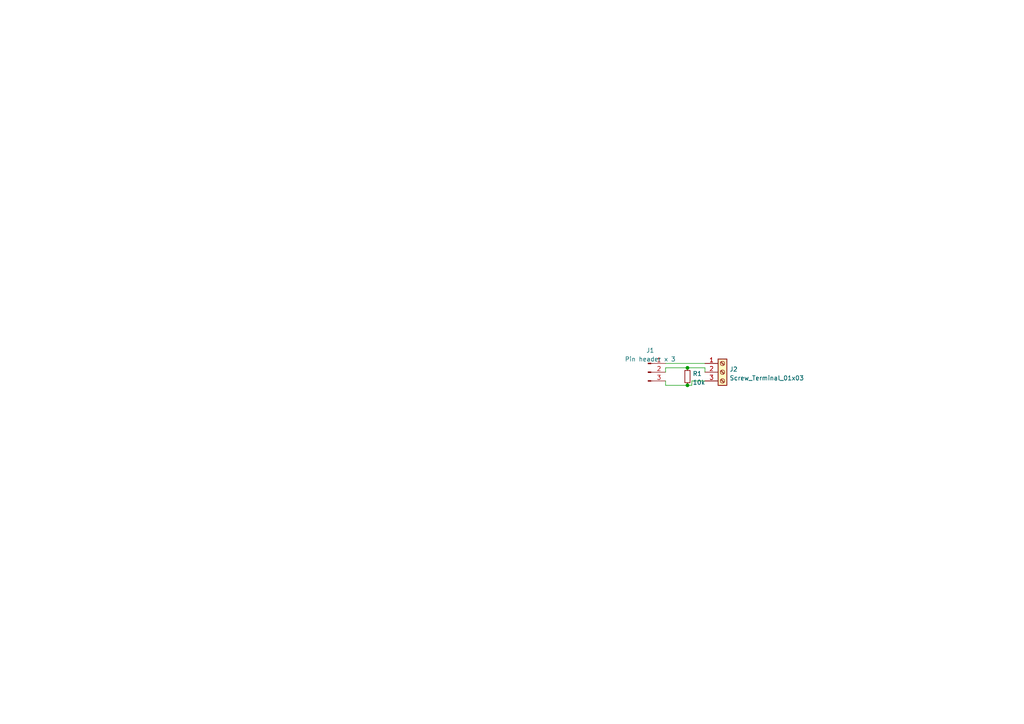
<source format=kicad_sch>
(kicad_sch (version 20211123) (generator eeschema)

  (uuid e63e39d7-6ac0-4ffd-8aa3-1841a4541b55)

  (paper "A4")

  (lib_symbols
    (symbol "Connector:Conn_01x03_Male" (pin_names (offset 1.016) hide) (in_bom yes) (on_board yes)
      (property "Reference" "J" (id 0) (at 0 5.08 0)
        (effects (font (size 1.27 1.27)))
      )
      (property "Value" "Conn_01x03_Male" (id 1) (at 0 -5.08 0)
        (effects (font (size 1.27 1.27)))
      )
      (property "Footprint" "" (id 2) (at 0 0 0)
        (effects (font (size 1.27 1.27)) hide)
      )
      (property "Datasheet" "~" (id 3) (at 0 0 0)
        (effects (font (size 1.27 1.27)) hide)
      )
      (property "ki_keywords" "connector" (id 4) (at 0 0 0)
        (effects (font (size 1.27 1.27)) hide)
      )
      (property "ki_description" "Generic connector, single row, 01x03, script generated (kicad-library-utils/schlib/autogen/connector/)" (id 5) (at 0 0 0)
        (effects (font (size 1.27 1.27)) hide)
      )
      (property "ki_fp_filters" "Connector*:*_1x??_*" (id 6) (at 0 0 0)
        (effects (font (size 1.27 1.27)) hide)
      )
      (symbol "Conn_01x03_Male_1_1"
        (polyline
          (pts
            (xy 1.27 -2.54)
            (xy 0.8636 -2.54)
          )
          (stroke (width 0.1524) (type default) (color 0 0 0 0))
          (fill (type none))
        )
        (polyline
          (pts
            (xy 1.27 0)
            (xy 0.8636 0)
          )
          (stroke (width 0.1524) (type default) (color 0 0 0 0))
          (fill (type none))
        )
        (polyline
          (pts
            (xy 1.27 2.54)
            (xy 0.8636 2.54)
          )
          (stroke (width 0.1524) (type default) (color 0 0 0 0))
          (fill (type none))
        )
        (rectangle (start 0.8636 -2.413) (end 0 -2.667)
          (stroke (width 0.1524) (type default) (color 0 0 0 0))
          (fill (type outline))
        )
        (rectangle (start 0.8636 0.127) (end 0 -0.127)
          (stroke (width 0.1524) (type default) (color 0 0 0 0))
          (fill (type outline))
        )
        (rectangle (start 0.8636 2.667) (end 0 2.413)
          (stroke (width 0.1524) (type default) (color 0 0 0 0))
          (fill (type outline))
        )
        (pin passive line (at 5.08 2.54 180) (length 3.81)
          (name "Pin_1" (effects (font (size 1.27 1.27))))
          (number "1" (effects (font (size 1.27 1.27))))
        )
        (pin passive line (at 5.08 0 180) (length 3.81)
          (name "Pin_2" (effects (font (size 1.27 1.27))))
          (number "2" (effects (font (size 1.27 1.27))))
        )
        (pin passive line (at 5.08 -2.54 180) (length 3.81)
          (name "Pin_3" (effects (font (size 1.27 1.27))))
          (number "3" (effects (font (size 1.27 1.27))))
        )
      )
    )
    (symbol "Connector:Screw_Terminal_01x03" (pin_names (offset 1.016) hide) (in_bom yes) (on_board yes)
      (property "Reference" "J" (id 0) (at 0 5.08 0)
        (effects (font (size 1.27 1.27)))
      )
      (property "Value" "Screw_Terminal_01x03" (id 1) (at 0 -5.08 0)
        (effects (font (size 1.27 1.27)))
      )
      (property "Footprint" "" (id 2) (at 0 0 0)
        (effects (font (size 1.27 1.27)) hide)
      )
      (property "Datasheet" "~" (id 3) (at 0 0 0)
        (effects (font (size 1.27 1.27)) hide)
      )
      (property "ki_keywords" "screw terminal" (id 4) (at 0 0 0)
        (effects (font (size 1.27 1.27)) hide)
      )
      (property "ki_description" "Generic screw terminal, single row, 01x03, script generated (kicad-library-utils/schlib/autogen/connector/)" (id 5) (at 0 0 0)
        (effects (font (size 1.27 1.27)) hide)
      )
      (property "ki_fp_filters" "TerminalBlock*:*" (id 6) (at 0 0 0)
        (effects (font (size 1.27 1.27)) hide)
      )
      (symbol "Screw_Terminal_01x03_1_1"
        (rectangle (start -1.27 3.81) (end 1.27 -3.81)
          (stroke (width 0.254) (type default) (color 0 0 0 0))
          (fill (type background))
        )
        (circle (center 0 -2.54) (radius 0.635)
          (stroke (width 0.1524) (type default) (color 0 0 0 0))
          (fill (type none))
        )
        (polyline
          (pts
            (xy -0.5334 -2.2098)
            (xy 0.3302 -3.048)
          )
          (stroke (width 0.1524) (type default) (color 0 0 0 0))
          (fill (type none))
        )
        (polyline
          (pts
            (xy -0.5334 0.3302)
            (xy 0.3302 -0.508)
          )
          (stroke (width 0.1524) (type default) (color 0 0 0 0))
          (fill (type none))
        )
        (polyline
          (pts
            (xy -0.5334 2.8702)
            (xy 0.3302 2.032)
          )
          (stroke (width 0.1524) (type default) (color 0 0 0 0))
          (fill (type none))
        )
        (polyline
          (pts
            (xy -0.3556 -2.032)
            (xy 0.508 -2.8702)
          )
          (stroke (width 0.1524) (type default) (color 0 0 0 0))
          (fill (type none))
        )
        (polyline
          (pts
            (xy -0.3556 0.508)
            (xy 0.508 -0.3302)
          )
          (stroke (width 0.1524) (type default) (color 0 0 0 0))
          (fill (type none))
        )
        (polyline
          (pts
            (xy -0.3556 3.048)
            (xy 0.508 2.2098)
          )
          (stroke (width 0.1524) (type default) (color 0 0 0 0))
          (fill (type none))
        )
        (circle (center 0 0) (radius 0.635)
          (stroke (width 0.1524) (type default) (color 0 0 0 0))
          (fill (type none))
        )
        (circle (center 0 2.54) (radius 0.635)
          (stroke (width 0.1524) (type default) (color 0 0 0 0))
          (fill (type none))
        )
        (pin passive line (at -5.08 2.54 0) (length 3.81)
          (name "Pin_1" (effects (font (size 1.27 1.27))))
          (number "1" (effects (font (size 1.27 1.27))))
        )
        (pin passive line (at -5.08 0 0) (length 3.81)
          (name "Pin_2" (effects (font (size 1.27 1.27))))
          (number "2" (effects (font (size 1.27 1.27))))
        )
        (pin passive line (at -5.08 -2.54 0) (length 3.81)
          (name "Pin_3" (effects (font (size 1.27 1.27))))
          (number "3" (effects (font (size 1.27 1.27))))
        )
      )
    )
    (symbol "Device:R_Small" (pin_numbers hide) (pin_names (offset 0.254) hide) (in_bom yes) (on_board yes)
      (property "Reference" "R" (id 0) (at 0.762 0.508 0)
        (effects (font (size 1.27 1.27)) (justify left))
      )
      (property "Value" "R_Small" (id 1) (at 0.762 -1.016 0)
        (effects (font (size 1.27 1.27)) (justify left))
      )
      (property "Footprint" "" (id 2) (at 0 0 0)
        (effects (font (size 1.27 1.27)) hide)
      )
      (property "Datasheet" "~" (id 3) (at 0 0 0)
        (effects (font (size 1.27 1.27)) hide)
      )
      (property "ki_keywords" "R resistor" (id 4) (at 0 0 0)
        (effects (font (size 1.27 1.27)) hide)
      )
      (property "ki_description" "Resistor, small symbol" (id 5) (at 0 0 0)
        (effects (font (size 1.27 1.27)) hide)
      )
      (property "ki_fp_filters" "R_*" (id 6) (at 0 0 0)
        (effects (font (size 1.27 1.27)) hide)
      )
      (symbol "R_Small_0_1"
        (rectangle (start -0.762 1.778) (end 0.762 -1.778)
          (stroke (width 0.2032) (type default) (color 0 0 0 0))
          (fill (type none))
        )
      )
      (symbol "R_Small_1_1"
        (pin passive line (at 0 2.54 270) (length 0.762)
          (name "~" (effects (font (size 1.27 1.27))))
          (number "1" (effects (font (size 1.27 1.27))))
        )
        (pin passive line (at 0 -2.54 90) (length 0.762)
          (name "~" (effects (font (size 1.27 1.27))))
          (number "2" (effects (font (size 1.27 1.27))))
        )
      )
    )
  )

  (junction (at 199.39 106.68) (diameter 0) (color 0 0 0 0)
    (uuid 685a6894-6c71-4d4f-8f10-a8c5d7f54b1c)
  )
  (junction (at 199.39 111.76) (diameter 0) (color 0 0 0 0)
    (uuid d0c08482-c55a-4954-9b2b-eb195088ded0)
  )

  (wire (pts (xy 199.39 106.68) (xy 193.04 106.68))
    (stroke (width 0) (type default) (color 0 0 0 0))
    (uuid 162fcece-e895-4198-bb9d-11a1f8910435)
  )
  (wire (pts (xy 200.66 110.49) (xy 200.66 111.76))
    (stroke (width 0) (type default) (color 0 0 0 0))
    (uuid 1c89b72b-aea2-4ed7-89d4-9ec742728b00)
  )
  (wire (pts (xy 204.47 106.68) (xy 204.47 107.95))
    (stroke (width 0) (type default) (color 0 0 0 0))
    (uuid 21c3d62d-bb11-4182-8218-c8dc092bea95)
  )
  (wire (pts (xy 193.04 111.76) (xy 193.04 110.49))
    (stroke (width 0) (type default) (color 0 0 0 0))
    (uuid 48cb2b38-e290-421b-8c82-800d364619c3)
  )
  (wire (pts (xy 193.04 105.41) (xy 204.47 105.41))
    (stroke (width 0) (type default) (color 0 0 0 0))
    (uuid 5689b47b-7b46-4ec7-9ead-ff2aa4f086d5)
  )
  (wire (pts (xy 193.04 106.68) (xy 193.04 107.95))
    (stroke (width 0) (type default) (color 0 0 0 0))
    (uuid 7b7e70bc-e41a-4e9e-8b32-a442cc327b63)
  )
  (wire (pts (xy 204.47 110.49) (xy 200.66 110.49))
    (stroke (width 0) (type default) (color 0 0 0 0))
    (uuid cdd07c6d-d452-473a-aa90-af0af7986a18)
  )
  (wire (pts (xy 199.39 111.76) (xy 193.04 111.76))
    (stroke (width 0) (type default) (color 0 0 0 0))
    (uuid d08ca9f9-96f6-4fa5-80db-536b9e275122)
  )
  (wire (pts (xy 200.66 111.76) (xy 199.39 111.76))
    (stroke (width 0) (type default) (color 0 0 0 0))
    (uuid d5f63c24-76a6-4bd0-a702-ed5076221fc1)
  )
  (wire (pts (xy 199.39 106.68) (xy 204.47 106.68))
    (stroke (width 0) (type default) (color 0 0 0 0))
    (uuid dfb813ce-dfeb-4e36-ba18-cf892ffe6abe)
  )

  (symbol (lib_id "Connector:Screw_Terminal_01x03") (at 209.55 107.95 0) (unit 1)
    (in_bom yes) (on_board yes) (fields_autoplaced)
    (uuid 240fde71-00e0-458d-bf75-b4d973cb180b)
    (property "Reference" "J2" (id 0) (at 211.582 107.1153 0)
      (effects (font (size 1.27 1.27)) (justify left))
    )
    (property "Value" "Screw_Terminal_01x03" (id 1) (at 211.582 109.6522 0)
      (effects (font (size 1.27 1.27)) (justify left))
    )
    (property "Footprint" "TerminalBlock:TerminalBlock_Altech_AK300-3_P5.00mm" (id 2) (at 209.55 107.95 0)
      (effects (font (size 1.27 1.27)) hide)
    )
    (property "Datasheet" "~" (id 3) (at 209.55 107.95 0)
      (effects (font (size 1.27 1.27)) hide)
    )
    (pin "1" (uuid 345a9ac1-be31-400b-9c5d-4af388112d4b))
    (pin "2" (uuid 9421d8ab-ec24-4783-b746-a12fbd00100e))
    (pin "3" (uuid 2415334a-b998-4d19-a8b5-e60e8af2aff4))
  )

  (symbol (lib_id "Connector:Conn_01x03_Male") (at 187.96 107.95 0) (unit 1)
    (in_bom yes) (on_board yes) (fields_autoplaced)
    (uuid e1d2d27f-1d9b-4489-8009-acbd89eb68bd)
    (property "Reference" "J1" (id 0) (at 188.595 101.634 0))
    (property "Value" "Pin header x 3" (id 1) (at 188.595 104.1709 0))
    (property "Footprint" "Connector_PinHeader_1.00mm:PinHeader_1x03_P1.00mm_Horizontal" (id 2) (at 187.96 107.95 0)
      (effects (font (size 1.27 1.27)) hide)
    )
    (property "Datasheet" "~" (id 3) (at 187.96 107.95 0)
      (effects (font (size 1.27 1.27)) hide)
    )
    (pin "1" (uuid e233d8e1-eb06-464d-b849-6b465f31cedc))
    (pin "2" (uuid 5db7acb6-8a8d-4fd8-a275-1b22d7703766))
    (pin "3" (uuid 54bfe257-f0ac-41d8-8647-8c85b6e2e667))
  )

  (symbol (lib_id "Device:R_Small") (at 199.39 109.22 0) (unit 1)
    (in_bom yes) (on_board yes) (fields_autoplaced)
    (uuid f67cfab7-8943-4f59-bbfb-0ab68a4d7c0d)
    (property "Reference" "R1" (id 0) (at 200.8886 108.3853 0)
      (effects (font (size 1.27 1.27)) (justify left))
    )
    (property "Value" "10k" (id 1) (at 200.8886 110.9222 0)
      (effects (font (size 1.27 1.27)) (justify left))
    )
    (property "Footprint" "Resistor_THT:R_Axial_DIN0207_L6.3mm_D2.5mm_P7.62mm_Horizontal" (id 2) (at 199.39 109.22 0)
      (effects (font (size 1.27 1.27)) hide)
    )
    (property "Datasheet" "~" (id 3) (at 199.39 109.22 0)
      (effects (font (size 1.27 1.27)) hide)
    )
    (pin "1" (uuid 9c156986-941e-4403-bce1-3b3a830105f2))
    (pin "2" (uuid 2eb6afcc-88a1-4a7c-a78f-f352f8eca5ca))
  )

  (sheet_instances
    (path "/" (page "1"))
  )

  (symbol_instances
    (path "/e1d2d27f-1d9b-4489-8009-acbd89eb68bd"
      (reference "J1") (unit 1) (value "Pin header x 3") (footprint "Connector_PinHeader_1.00mm:PinHeader_1x03_P1.00mm_Horizontal")
    )
    (path "/240fde71-00e0-458d-bf75-b4d973cb180b"
      (reference "J2") (unit 1) (value "Screw_Terminal_01x03") (footprint "TerminalBlock:TerminalBlock_Altech_AK300-3_P5.00mm")
    )
    (path "/f67cfab7-8943-4f59-bbfb-0ab68a4d7c0d"
      (reference "R1") (unit 1) (value "10k") (footprint "Resistor_THT:R_Axial_DIN0207_L6.3mm_D2.5mm_P7.62mm_Horizontal")
    )
  )
)

</source>
